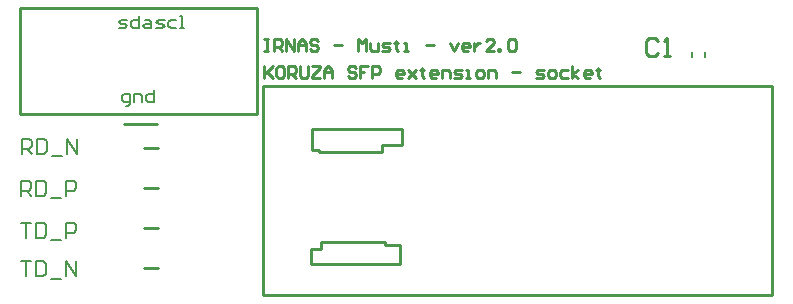
<source format=gto>
G04 Layer_Color=65535*
%FSLAX24Y24*%
%MOIN*%
G70*
G01*
G75*
%ADD14C,0.0100*%
%ADD28C,0.0079*%
%ADD29C,0.0080*%
D14*
X4290Y5060D02*
X4740D01*
X4290Y3710D02*
X4740D01*
X4290Y2380D02*
X4740D01*
X4290Y1050D02*
X4740D01*
X8250Y150D02*
X10570D01*
X8250D02*
Y7140D01*
X25230D01*
Y150D02*
Y7140D01*
X10570Y150D02*
X25230D01*
X12830Y1191D02*
Y1841D01*
X12318D02*
X12830D01*
X12308Y1920D02*
X12318Y1841D01*
X10172Y1920D02*
X12308D01*
X10172Y1703D02*
Y1920D01*
X9847Y1703D02*
X10172D01*
X10083Y4990D02*
X10152Y4931D01*
X9867Y4990D02*
X10083D01*
X9867D02*
Y5699D01*
X12879D01*
Y5148D02*
Y5699D01*
X12229Y5148D02*
X12879D01*
X12229Y4922D02*
Y5148D01*
X10152Y4931D02*
X12229Y4922D01*
X9847Y1191D02*
X12830D01*
X9847D02*
Y1703D01*
X3618Y5863D02*
X4720D01*
X163Y6178D02*
Y9722D01*
X8037D01*
Y6178D02*
Y9712D01*
X163Y6178D02*
X8037D01*
X21420Y8620D02*
X21320Y8720D01*
X21120D01*
X21020Y8620D01*
Y8220D01*
X21120Y8120D01*
X21320D01*
X21420Y8220D01*
X21620Y8120D02*
X21820D01*
X21720D01*
Y8720D01*
X21620Y8620D01*
X8300Y8700D02*
X8433D01*
X8367D01*
Y8300D01*
X8300D01*
X8433D01*
X8633D02*
Y8700D01*
X8833D01*
X8900Y8633D01*
Y8500D01*
X8833Y8433D01*
X8633D01*
X8767D02*
X8900Y8300D01*
X9033D02*
Y8700D01*
X9300Y8300D01*
Y8700D01*
X9433Y8300D02*
Y8567D01*
X9566Y8700D01*
X9700Y8567D01*
Y8300D01*
Y8500D01*
X9433D01*
X10099Y8633D02*
X10033Y8700D01*
X9899D01*
X9833Y8633D01*
Y8567D01*
X9899Y8500D01*
X10033D01*
X10099Y8433D01*
Y8367D01*
X10033Y8300D01*
X9899D01*
X9833Y8367D01*
X10633Y8500D02*
X10899D01*
X11432Y8300D02*
Y8700D01*
X11566Y8567D01*
X11699Y8700D01*
Y8300D01*
X11832Y8567D02*
Y8367D01*
X11899Y8300D01*
X12099D01*
Y8567D01*
X12232Y8300D02*
X12432D01*
X12499Y8367D01*
X12432Y8433D01*
X12299D01*
X12232Y8500D01*
X12299Y8567D01*
X12499D01*
X12699Y8633D02*
Y8567D01*
X12632D01*
X12765D01*
X12699D01*
Y8367D01*
X12765Y8300D01*
X12965D02*
X13098D01*
X13032D01*
Y8567D01*
X12965D01*
X13698Y8500D02*
X13965D01*
X14498Y8567D02*
X14631Y8300D01*
X14765Y8567D01*
X15098Y8300D02*
X14965D01*
X14898Y8367D01*
Y8500D01*
X14965Y8567D01*
X15098D01*
X15164Y8500D01*
Y8433D01*
X14898D01*
X15298Y8567D02*
Y8300D01*
Y8433D01*
X15364Y8500D01*
X15431Y8567D01*
X15498D01*
X15964Y8300D02*
X15698D01*
X15964Y8567D01*
Y8633D01*
X15898Y8700D01*
X15764D01*
X15698Y8633D01*
X16097Y8300D02*
Y8367D01*
X16164D01*
Y8300D01*
X16097D01*
X16431Y8633D02*
X16497Y8700D01*
X16631D01*
X16697Y8633D01*
Y8367D01*
X16631Y8300D01*
X16497D01*
X16431Y8367D01*
Y8633D01*
X8300Y7800D02*
Y7400D01*
Y7533D01*
X8567Y7800D01*
X8367Y7600D01*
X8567Y7400D01*
X8900Y7800D02*
X8767D01*
X8700Y7733D01*
Y7467D01*
X8767Y7400D01*
X8900D01*
X8966Y7467D01*
Y7733D01*
X8900Y7800D01*
X9100Y7400D02*
Y7800D01*
X9300D01*
X9366Y7733D01*
Y7600D01*
X9300Y7533D01*
X9100D01*
X9233D02*
X9366Y7400D01*
X9500Y7800D02*
Y7467D01*
X9566Y7400D01*
X9700D01*
X9766Y7467D01*
Y7800D01*
X9899D02*
X10166D01*
Y7733D01*
X9899Y7467D01*
Y7400D01*
X10166D01*
X10299D02*
Y7667D01*
X10433Y7800D01*
X10566Y7667D01*
Y7400D01*
Y7600D01*
X10299D01*
X11366Y7733D02*
X11299Y7800D01*
X11166D01*
X11099Y7733D01*
Y7667D01*
X11166Y7600D01*
X11299D01*
X11366Y7533D01*
Y7467D01*
X11299Y7400D01*
X11166D01*
X11099Y7467D01*
X11766Y7800D02*
X11499D01*
Y7600D01*
X11632D01*
X11499D01*
Y7400D01*
X11899D02*
Y7800D01*
X12099D01*
X12165Y7733D01*
Y7600D01*
X12099Y7533D01*
X11899D01*
X12899Y7400D02*
X12765D01*
X12699Y7467D01*
Y7600D01*
X12765Y7667D01*
X12899D01*
X12965Y7600D01*
Y7533D01*
X12699D01*
X13098Y7667D02*
X13365Y7400D01*
X13232Y7533D01*
X13365Y7667D01*
X13098Y7400D01*
X13565Y7733D02*
Y7667D01*
X13498D01*
X13632D01*
X13565D01*
Y7467D01*
X13632Y7400D01*
X14031D02*
X13898D01*
X13832Y7467D01*
Y7600D01*
X13898Y7667D01*
X14031D01*
X14098Y7600D01*
Y7533D01*
X13832D01*
X14231Y7400D02*
Y7667D01*
X14431D01*
X14498Y7600D01*
Y7400D01*
X14631D02*
X14831D01*
X14898Y7467D01*
X14831Y7533D01*
X14698D01*
X14631Y7600D01*
X14698Y7667D01*
X14898D01*
X15031Y7400D02*
X15164D01*
X15098D01*
Y7667D01*
X15031D01*
X15431Y7400D02*
X15564D01*
X15631Y7467D01*
Y7600D01*
X15564Y7667D01*
X15431D01*
X15364Y7600D01*
Y7467D01*
X15431Y7400D01*
X15764D02*
Y7667D01*
X15964D01*
X16031Y7600D01*
Y7400D01*
X16564Y7600D02*
X16831D01*
X17364Y7400D02*
X17564D01*
X17630Y7467D01*
X17564Y7533D01*
X17430D01*
X17364Y7600D01*
X17430Y7667D01*
X17630D01*
X17830Y7400D02*
X17964D01*
X18030Y7467D01*
Y7600D01*
X17964Y7667D01*
X17830D01*
X17764Y7600D01*
Y7467D01*
X17830Y7400D01*
X18430Y7667D02*
X18230D01*
X18163Y7600D01*
Y7467D01*
X18230Y7400D01*
X18430D01*
X18563D02*
Y7800D01*
Y7533D02*
X18763Y7667D01*
X18563Y7533D02*
X18763Y7400D01*
X19163D02*
X19030D01*
X18963Y7467D01*
Y7600D01*
X19030Y7667D01*
X19163D01*
X19230Y7600D01*
Y7533D01*
X18963D01*
X19430Y7733D02*
Y7667D01*
X19363D01*
X19496D01*
X19430D01*
Y7467D01*
X19496Y7400D01*
D28*
X22553Y8091D02*
Y8249D01*
X22987Y8091D02*
Y8249D01*
X180Y1290D02*
X513D01*
X347D01*
Y790D01*
X680Y1290D02*
Y790D01*
X930D01*
X1013Y873D01*
Y1207D01*
X930Y1290D01*
X680D01*
X1180Y707D02*
X1513D01*
X1680Y790D02*
Y1290D01*
X2013Y790D01*
Y1290D01*
X190Y2570D02*
X523D01*
X357D01*
Y2070D01*
X690Y2570D02*
Y2070D01*
X940D01*
X1023Y2153D01*
Y2487D01*
X940Y2570D01*
X690D01*
X1190Y1987D02*
X1523D01*
X1690Y2070D02*
Y2570D01*
X1939D01*
X2023Y2487D01*
Y2320D01*
X1939Y2237D01*
X1690D01*
X200Y3460D02*
Y3960D01*
X450D01*
X533Y3877D01*
Y3710D01*
X450Y3627D01*
X200D01*
X367D02*
X533Y3460D01*
X700Y3960D02*
Y3460D01*
X950D01*
X1033Y3543D01*
Y3877D01*
X950Y3960D01*
X700D01*
X1200Y3377D02*
X1533D01*
X1700Y3460D02*
Y3960D01*
X1949D01*
X2033Y3877D01*
Y3710D01*
X1949Y3627D01*
X1700D01*
X210Y4860D02*
Y5360D01*
X460D01*
X543Y5277D01*
Y5110D01*
X460Y5027D01*
X210D01*
X377D02*
X543Y4860D01*
X710Y5360D02*
Y4860D01*
X960D01*
X1043Y4943D01*
Y5277D01*
X960Y5360D01*
X710D01*
X1210Y4777D02*
X1543D01*
X1710Y4860D02*
Y5360D01*
X2043Y4860D01*
Y5360D01*
D29*
X3683Y6467D02*
X3750D01*
X3817Y6533D01*
Y6867D01*
X3617D01*
X3550Y6800D01*
Y6667D01*
X3617Y6600D01*
X3817D01*
X3950D02*
Y6867D01*
X4150D01*
X4216Y6800D01*
Y6600D01*
X4616Y7000D02*
Y6600D01*
X4416D01*
X4350Y6667D01*
Y6800D01*
X4416Y6867D01*
X4616D01*
X4700Y9050D02*
X4900D01*
X4967Y9117D01*
X4900Y9183D01*
X4767D01*
X4700Y9250D01*
X4767Y9317D01*
X4967D01*
X5366D02*
X5167D01*
X5100Y9250D01*
Y9117D01*
X5167Y9050D01*
X5366D01*
X5500D02*
X5633D01*
X5566D01*
Y9450D01*
X5500D01*
X3450Y9050D02*
X3650D01*
X3717Y9117D01*
X3650Y9183D01*
X3517D01*
X3450Y9250D01*
X3517Y9317D01*
X3717D01*
X4116Y9450D02*
Y9050D01*
X3917D01*
X3850Y9117D01*
Y9250D01*
X3917Y9317D01*
X4116D01*
X4316D02*
X4450D01*
X4516Y9250D01*
Y9050D01*
X4316D01*
X4250Y9117D01*
X4316Y9183D01*
X4516D01*
M02*

</source>
